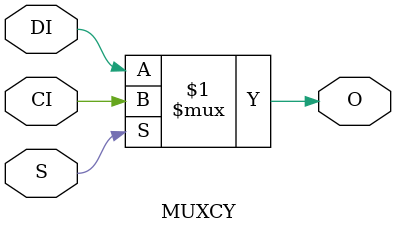
<source format=v>
`timescale 1 ps / 1 ps

module MUXCY
  (
   input  wire DI,
   input  wire CI,
   input  wire S,
   output wire O
  );

  assign O = S ? CI : DI;

endmodule // MUXCY

</source>
